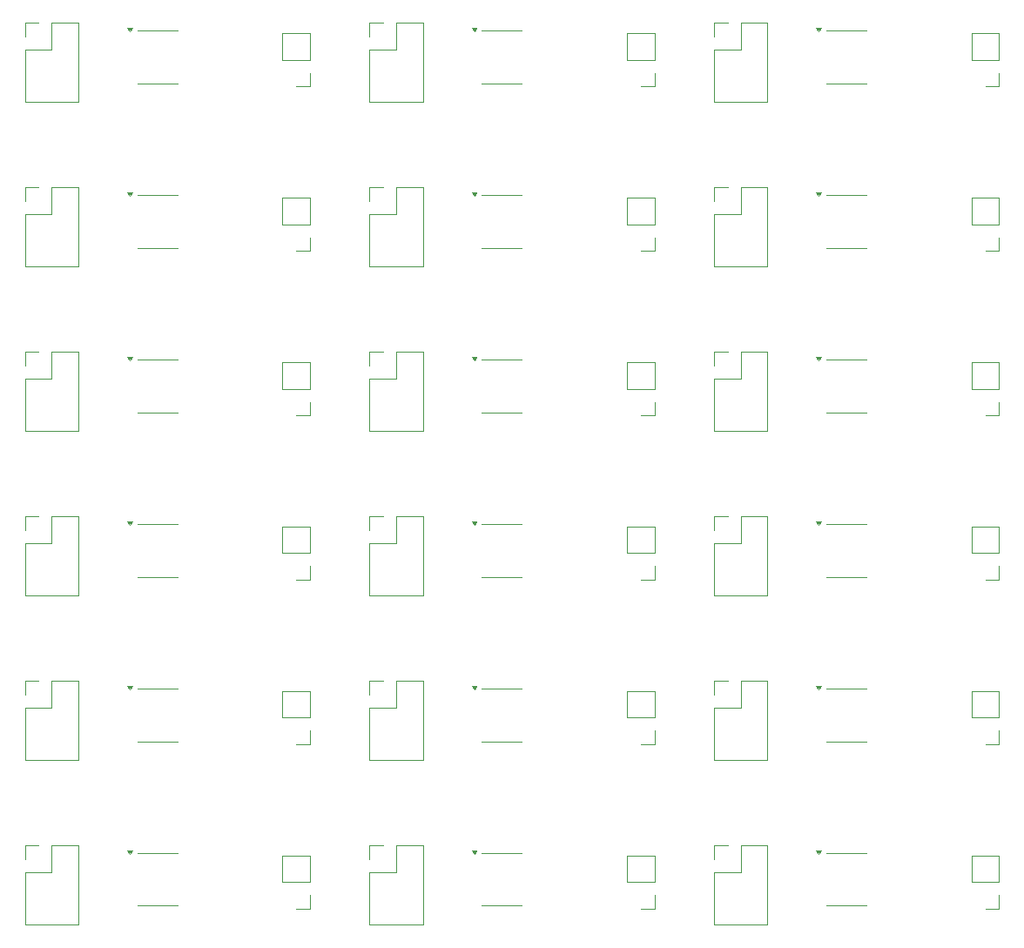
<source format=gbr>
%TF.GenerationSoftware,KiCad,Pcbnew,8.0.1*%
%TF.CreationDate,2024-04-28T15:40:33+08:00*%
%TF.ProjectId,pinban,70696e62-616e-42e6-9b69-6361645f7063,rev?*%
%TF.SameCoordinates,Original*%
%TF.FileFunction,Legend,Top*%
%TF.FilePolarity,Positive*%
%FSLAX46Y46*%
G04 Gerber Fmt 4.6, Leading zero omitted, Abs format (unit mm)*
G04 Created by KiCad (PCBNEW 8.0.1) date 2024-04-28 15:40:33*
%MOMM*%
%LPD*%
G01*
G04 APERTURE LIST*
%ADD10C,0.120000*%
G04 APERTURE END LIST*
D10*
X153420000Y-116270000D02*
X153420000Y-113670000D01*
X156080000Y-113670000D02*
X153420000Y-113670000D01*
X156080000Y-116270000D02*
X153420000Y-116270000D01*
X156080000Y-116270000D02*
X156080000Y-113670000D01*
X156080000Y-117540000D02*
X156080000Y-118870000D01*
X156080000Y-118870000D02*
X154750000Y-118870000D01*
X141250000Y-113440000D02*
X139300000Y-113440000D01*
X141250000Y-113440000D02*
X143200000Y-113440000D01*
X141250000Y-118560000D02*
X139300000Y-118560000D01*
X141250000Y-118560000D02*
X143200000Y-118560000D01*
X138550000Y-113535000D02*
X138310000Y-113205000D01*
X138790000Y-113205000D01*
X138550000Y-113535000D01*
G36*
X138550000Y-113535000D02*
G01*
X138310000Y-113205000D01*
X138790000Y-113205000D01*
X138550000Y-113535000D01*
G37*
X128380000Y-112670000D02*
X129710000Y-112670000D01*
X128380000Y-114000000D02*
X128380000Y-112670000D01*
X128380000Y-115270000D02*
X128380000Y-120410000D01*
X128380000Y-115270000D02*
X130980000Y-115270000D01*
X128380000Y-120410000D02*
X133580000Y-120410000D01*
X130980000Y-112670000D02*
X133580000Y-112670000D01*
X130980000Y-115270000D02*
X130980000Y-112670000D01*
X133580000Y-112670000D02*
X133580000Y-120410000D01*
X119920000Y-116270000D02*
X119920000Y-113670000D01*
X122580000Y-113670000D02*
X119920000Y-113670000D01*
X122580000Y-116270000D02*
X119920000Y-116270000D01*
X122580000Y-116270000D02*
X122580000Y-113670000D01*
X122580000Y-117540000D02*
X122580000Y-118870000D01*
X122580000Y-118870000D02*
X121250000Y-118870000D01*
X107750000Y-113440000D02*
X105800000Y-113440000D01*
X107750000Y-113440000D02*
X109700000Y-113440000D01*
X107750000Y-118560000D02*
X105800000Y-118560000D01*
X107750000Y-118560000D02*
X109700000Y-118560000D01*
X105050000Y-113535000D02*
X104810000Y-113205000D01*
X105290000Y-113205000D01*
X105050000Y-113535000D01*
G36*
X105050000Y-113535000D02*
G01*
X104810000Y-113205000D01*
X105290000Y-113205000D01*
X105050000Y-113535000D01*
G37*
X94880000Y-112670000D02*
X96210000Y-112670000D01*
X94880000Y-114000000D02*
X94880000Y-112670000D01*
X94880000Y-115270000D02*
X94880000Y-120410000D01*
X94880000Y-115270000D02*
X97480000Y-115270000D01*
X94880000Y-120410000D02*
X100080000Y-120410000D01*
X97480000Y-112670000D02*
X100080000Y-112670000D01*
X97480000Y-115270000D02*
X97480000Y-112670000D01*
X100080000Y-112670000D02*
X100080000Y-120410000D01*
X86420000Y-116270000D02*
X86420000Y-113670000D01*
X89080000Y-113670000D02*
X86420000Y-113670000D01*
X89080000Y-116270000D02*
X86420000Y-116270000D01*
X89080000Y-116270000D02*
X89080000Y-113670000D01*
X89080000Y-117540000D02*
X89080000Y-118870000D01*
X89080000Y-118870000D02*
X87750000Y-118870000D01*
X74250000Y-113440000D02*
X72300000Y-113440000D01*
X74250000Y-113440000D02*
X76200000Y-113440000D01*
X74250000Y-118560000D02*
X72300000Y-118560000D01*
X74250000Y-118560000D02*
X76200000Y-118560000D01*
X71550000Y-113535000D02*
X71310000Y-113205000D01*
X71790000Y-113205000D01*
X71550000Y-113535000D01*
G36*
X71550000Y-113535000D02*
G01*
X71310000Y-113205000D01*
X71790000Y-113205000D01*
X71550000Y-113535000D01*
G37*
X61380000Y-112670000D02*
X62710000Y-112670000D01*
X61380000Y-114000000D02*
X61380000Y-112670000D01*
X61380000Y-115270000D02*
X61380000Y-120410000D01*
X61380000Y-115270000D02*
X63980000Y-115270000D01*
X61380000Y-120410000D02*
X66580000Y-120410000D01*
X63980000Y-112670000D02*
X66580000Y-112670000D01*
X63980000Y-115270000D02*
X63980000Y-112670000D01*
X66580000Y-112670000D02*
X66580000Y-120410000D01*
X153420000Y-100270000D02*
X153420000Y-97670000D01*
X156080000Y-97670000D02*
X153420000Y-97670000D01*
X156080000Y-100270000D02*
X153420000Y-100270000D01*
X156080000Y-100270000D02*
X156080000Y-97670000D01*
X156080000Y-101540000D02*
X156080000Y-102870000D01*
X156080000Y-102870000D02*
X154750000Y-102870000D01*
X141250000Y-97440000D02*
X139300000Y-97440000D01*
X141250000Y-97440000D02*
X143200000Y-97440000D01*
X141250000Y-102560000D02*
X139300000Y-102560000D01*
X141250000Y-102560000D02*
X143200000Y-102560000D01*
X138550000Y-97535000D02*
X138310000Y-97205000D01*
X138790000Y-97205000D01*
X138550000Y-97535000D01*
G36*
X138550000Y-97535000D02*
G01*
X138310000Y-97205000D01*
X138790000Y-97205000D01*
X138550000Y-97535000D01*
G37*
X128380000Y-96670000D02*
X129710000Y-96670000D01*
X128380000Y-98000000D02*
X128380000Y-96670000D01*
X128380000Y-99270000D02*
X128380000Y-104410000D01*
X128380000Y-99270000D02*
X130980000Y-99270000D01*
X128380000Y-104410000D02*
X133580000Y-104410000D01*
X130980000Y-96670000D02*
X133580000Y-96670000D01*
X130980000Y-99270000D02*
X130980000Y-96670000D01*
X133580000Y-96670000D02*
X133580000Y-104410000D01*
X119920000Y-100270000D02*
X119920000Y-97670000D01*
X122580000Y-97670000D02*
X119920000Y-97670000D01*
X122580000Y-100270000D02*
X119920000Y-100270000D01*
X122580000Y-100270000D02*
X122580000Y-97670000D01*
X122580000Y-101540000D02*
X122580000Y-102870000D01*
X122580000Y-102870000D02*
X121250000Y-102870000D01*
X107750000Y-97440000D02*
X105800000Y-97440000D01*
X107750000Y-97440000D02*
X109700000Y-97440000D01*
X107750000Y-102560000D02*
X105800000Y-102560000D01*
X107750000Y-102560000D02*
X109700000Y-102560000D01*
X105050000Y-97535000D02*
X104810000Y-97205000D01*
X105290000Y-97205000D01*
X105050000Y-97535000D01*
G36*
X105050000Y-97535000D02*
G01*
X104810000Y-97205000D01*
X105290000Y-97205000D01*
X105050000Y-97535000D01*
G37*
X94880000Y-96670000D02*
X96210000Y-96670000D01*
X94880000Y-98000000D02*
X94880000Y-96670000D01*
X94880000Y-99270000D02*
X94880000Y-104410000D01*
X94880000Y-99270000D02*
X97480000Y-99270000D01*
X94880000Y-104410000D02*
X100080000Y-104410000D01*
X97480000Y-96670000D02*
X100080000Y-96670000D01*
X97480000Y-99270000D02*
X97480000Y-96670000D01*
X100080000Y-96670000D02*
X100080000Y-104410000D01*
X86420000Y-100270000D02*
X86420000Y-97670000D01*
X89080000Y-97670000D02*
X86420000Y-97670000D01*
X89080000Y-100270000D02*
X86420000Y-100270000D01*
X89080000Y-100270000D02*
X89080000Y-97670000D01*
X89080000Y-101540000D02*
X89080000Y-102870000D01*
X89080000Y-102870000D02*
X87750000Y-102870000D01*
X74250000Y-97440000D02*
X72300000Y-97440000D01*
X74250000Y-97440000D02*
X76200000Y-97440000D01*
X74250000Y-102560000D02*
X72300000Y-102560000D01*
X74250000Y-102560000D02*
X76200000Y-102560000D01*
X71550000Y-97535000D02*
X71310000Y-97205000D01*
X71790000Y-97205000D01*
X71550000Y-97535000D01*
G36*
X71550000Y-97535000D02*
G01*
X71310000Y-97205000D01*
X71790000Y-97205000D01*
X71550000Y-97535000D01*
G37*
X61380000Y-96670000D02*
X62710000Y-96670000D01*
X61380000Y-98000000D02*
X61380000Y-96670000D01*
X61380000Y-99270000D02*
X61380000Y-104410000D01*
X61380000Y-99270000D02*
X63980000Y-99270000D01*
X61380000Y-104410000D02*
X66580000Y-104410000D01*
X63980000Y-96670000D02*
X66580000Y-96670000D01*
X63980000Y-99270000D02*
X63980000Y-96670000D01*
X66580000Y-96670000D02*
X66580000Y-104410000D01*
X153420000Y-84270000D02*
X153420000Y-81670000D01*
X156080000Y-81670000D02*
X153420000Y-81670000D01*
X156080000Y-84270000D02*
X153420000Y-84270000D01*
X156080000Y-84270000D02*
X156080000Y-81670000D01*
X156080000Y-85540000D02*
X156080000Y-86870000D01*
X156080000Y-86870000D02*
X154750000Y-86870000D01*
X141250000Y-81440000D02*
X139300000Y-81440000D01*
X141250000Y-81440000D02*
X143200000Y-81440000D01*
X141250000Y-86560000D02*
X139300000Y-86560000D01*
X141250000Y-86560000D02*
X143200000Y-86560000D01*
X138550000Y-81535000D02*
X138310000Y-81205000D01*
X138790000Y-81205000D01*
X138550000Y-81535000D01*
G36*
X138550000Y-81535000D02*
G01*
X138310000Y-81205000D01*
X138790000Y-81205000D01*
X138550000Y-81535000D01*
G37*
X128380000Y-80670000D02*
X129710000Y-80670000D01*
X128380000Y-82000000D02*
X128380000Y-80670000D01*
X128380000Y-83270000D02*
X128380000Y-88410000D01*
X128380000Y-83270000D02*
X130980000Y-83270000D01*
X128380000Y-88410000D02*
X133580000Y-88410000D01*
X130980000Y-80670000D02*
X133580000Y-80670000D01*
X130980000Y-83270000D02*
X130980000Y-80670000D01*
X133580000Y-80670000D02*
X133580000Y-88410000D01*
X119920000Y-84270000D02*
X119920000Y-81670000D01*
X122580000Y-81670000D02*
X119920000Y-81670000D01*
X122580000Y-84270000D02*
X119920000Y-84270000D01*
X122580000Y-84270000D02*
X122580000Y-81670000D01*
X122580000Y-85540000D02*
X122580000Y-86870000D01*
X122580000Y-86870000D02*
X121250000Y-86870000D01*
X107750000Y-81440000D02*
X105800000Y-81440000D01*
X107750000Y-81440000D02*
X109700000Y-81440000D01*
X107750000Y-86560000D02*
X105800000Y-86560000D01*
X107750000Y-86560000D02*
X109700000Y-86560000D01*
X105050000Y-81535000D02*
X104810000Y-81205000D01*
X105290000Y-81205000D01*
X105050000Y-81535000D01*
G36*
X105050000Y-81535000D02*
G01*
X104810000Y-81205000D01*
X105290000Y-81205000D01*
X105050000Y-81535000D01*
G37*
X94880000Y-80670000D02*
X96210000Y-80670000D01*
X94880000Y-82000000D02*
X94880000Y-80670000D01*
X94880000Y-83270000D02*
X94880000Y-88410000D01*
X94880000Y-83270000D02*
X97480000Y-83270000D01*
X94880000Y-88410000D02*
X100080000Y-88410000D01*
X97480000Y-80670000D02*
X100080000Y-80670000D01*
X97480000Y-83270000D02*
X97480000Y-80670000D01*
X100080000Y-80670000D02*
X100080000Y-88410000D01*
X86420000Y-84270000D02*
X86420000Y-81670000D01*
X89080000Y-81670000D02*
X86420000Y-81670000D01*
X89080000Y-84270000D02*
X86420000Y-84270000D01*
X89080000Y-84270000D02*
X89080000Y-81670000D01*
X89080000Y-85540000D02*
X89080000Y-86870000D01*
X89080000Y-86870000D02*
X87750000Y-86870000D01*
X74250000Y-81440000D02*
X72300000Y-81440000D01*
X74250000Y-81440000D02*
X76200000Y-81440000D01*
X74250000Y-86560000D02*
X72300000Y-86560000D01*
X74250000Y-86560000D02*
X76200000Y-86560000D01*
X71550000Y-81535000D02*
X71310000Y-81205000D01*
X71790000Y-81205000D01*
X71550000Y-81535000D01*
G36*
X71550000Y-81535000D02*
G01*
X71310000Y-81205000D01*
X71790000Y-81205000D01*
X71550000Y-81535000D01*
G37*
X61380000Y-80670000D02*
X62710000Y-80670000D01*
X61380000Y-82000000D02*
X61380000Y-80670000D01*
X61380000Y-83270000D02*
X61380000Y-88410000D01*
X61380000Y-83270000D02*
X63980000Y-83270000D01*
X61380000Y-88410000D02*
X66580000Y-88410000D01*
X63980000Y-80670000D02*
X66580000Y-80670000D01*
X63980000Y-83270000D02*
X63980000Y-80670000D01*
X66580000Y-80670000D02*
X66580000Y-88410000D01*
X153420000Y-68270000D02*
X153420000Y-65670000D01*
X156080000Y-65670000D02*
X153420000Y-65670000D01*
X156080000Y-68270000D02*
X153420000Y-68270000D01*
X156080000Y-68270000D02*
X156080000Y-65670000D01*
X156080000Y-69540000D02*
X156080000Y-70870000D01*
X156080000Y-70870000D02*
X154750000Y-70870000D01*
X141250000Y-65440000D02*
X139300000Y-65440000D01*
X141250000Y-65440000D02*
X143200000Y-65440000D01*
X141250000Y-70560000D02*
X139300000Y-70560000D01*
X141250000Y-70560000D02*
X143200000Y-70560000D01*
X138550000Y-65535000D02*
X138310000Y-65205000D01*
X138790000Y-65205000D01*
X138550000Y-65535000D01*
G36*
X138550000Y-65535000D02*
G01*
X138310000Y-65205000D01*
X138790000Y-65205000D01*
X138550000Y-65535000D01*
G37*
X128380000Y-64670000D02*
X129710000Y-64670000D01*
X128380000Y-66000000D02*
X128380000Y-64670000D01*
X128380000Y-67270000D02*
X128380000Y-72410000D01*
X128380000Y-67270000D02*
X130980000Y-67270000D01*
X128380000Y-72410000D02*
X133580000Y-72410000D01*
X130980000Y-64670000D02*
X133580000Y-64670000D01*
X130980000Y-67270000D02*
X130980000Y-64670000D01*
X133580000Y-64670000D02*
X133580000Y-72410000D01*
X119920000Y-68270000D02*
X119920000Y-65670000D01*
X122580000Y-65670000D02*
X119920000Y-65670000D01*
X122580000Y-68270000D02*
X119920000Y-68270000D01*
X122580000Y-68270000D02*
X122580000Y-65670000D01*
X122580000Y-69540000D02*
X122580000Y-70870000D01*
X122580000Y-70870000D02*
X121250000Y-70870000D01*
X107750000Y-65440000D02*
X105800000Y-65440000D01*
X107750000Y-65440000D02*
X109700000Y-65440000D01*
X107750000Y-70560000D02*
X105800000Y-70560000D01*
X107750000Y-70560000D02*
X109700000Y-70560000D01*
X105050000Y-65535000D02*
X104810000Y-65205000D01*
X105290000Y-65205000D01*
X105050000Y-65535000D01*
G36*
X105050000Y-65535000D02*
G01*
X104810000Y-65205000D01*
X105290000Y-65205000D01*
X105050000Y-65535000D01*
G37*
X94880000Y-64670000D02*
X96210000Y-64670000D01*
X94880000Y-66000000D02*
X94880000Y-64670000D01*
X94880000Y-67270000D02*
X94880000Y-72410000D01*
X94880000Y-67270000D02*
X97480000Y-67270000D01*
X94880000Y-72410000D02*
X100080000Y-72410000D01*
X97480000Y-64670000D02*
X100080000Y-64670000D01*
X97480000Y-67270000D02*
X97480000Y-64670000D01*
X100080000Y-64670000D02*
X100080000Y-72410000D01*
X86420000Y-68270000D02*
X86420000Y-65670000D01*
X89080000Y-65670000D02*
X86420000Y-65670000D01*
X89080000Y-68270000D02*
X86420000Y-68270000D01*
X89080000Y-68270000D02*
X89080000Y-65670000D01*
X89080000Y-69540000D02*
X89080000Y-70870000D01*
X89080000Y-70870000D02*
X87750000Y-70870000D01*
X74250000Y-65440000D02*
X72300000Y-65440000D01*
X74250000Y-65440000D02*
X76200000Y-65440000D01*
X74250000Y-70560000D02*
X72300000Y-70560000D01*
X74250000Y-70560000D02*
X76200000Y-70560000D01*
X71550000Y-65535000D02*
X71310000Y-65205000D01*
X71790000Y-65205000D01*
X71550000Y-65535000D01*
G36*
X71550000Y-65535000D02*
G01*
X71310000Y-65205000D01*
X71790000Y-65205000D01*
X71550000Y-65535000D01*
G37*
X61380000Y-64670000D02*
X62710000Y-64670000D01*
X61380000Y-66000000D02*
X61380000Y-64670000D01*
X61380000Y-67270000D02*
X61380000Y-72410000D01*
X61380000Y-67270000D02*
X63980000Y-67270000D01*
X61380000Y-72410000D02*
X66580000Y-72410000D01*
X63980000Y-64670000D02*
X66580000Y-64670000D01*
X63980000Y-67270000D02*
X63980000Y-64670000D01*
X66580000Y-64670000D02*
X66580000Y-72410000D01*
X153420000Y-52270000D02*
X153420000Y-49670000D01*
X156080000Y-49670000D02*
X153420000Y-49670000D01*
X156080000Y-52270000D02*
X153420000Y-52270000D01*
X156080000Y-52270000D02*
X156080000Y-49670000D01*
X156080000Y-53540000D02*
X156080000Y-54870000D01*
X156080000Y-54870000D02*
X154750000Y-54870000D01*
X141250000Y-49440000D02*
X139300000Y-49440000D01*
X141250000Y-49440000D02*
X143200000Y-49440000D01*
X141250000Y-54560000D02*
X139300000Y-54560000D01*
X141250000Y-54560000D02*
X143200000Y-54560000D01*
X138550000Y-49535000D02*
X138310000Y-49205000D01*
X138790000Y-49205000D01*
X138550000Y-49535000D01*
G36*
X138550000Y-49535000D02*
G01*
X138310000Y-49205000D01*
X138790000Y-49205000D01*
X138550000Y-49535000D01*
G37*
X128380000Y-48670000D02*
X129710000Y-48670000D01*
X128380000Y-50000000D02*
X128380000Y-48670000D01*
X128380000Y-51270000D02*
X128380000Y-56410000D01*
X128380000Y-51270000D02*
X130980000Y-51270000D01*
X128380000Y-56410000D02*
X133580000Y-56410000D01*
X130980000Y-48670000D02*
X133580000Y-48670000D01*
X130980000Y-51270000D02*
X130980000Y-48670000D01*
X133580000Y-48670000D02*
X133580000Y-56410000D01*
X119920000Y-52270000D02*
X119920000Y-49670000D01*
X122580000Y-49670000D02*
X119920000Y-49670000D01*
X122580000Y-52270000D02*
X119920000Y-52270000D01*
X122580000Y-52270000D02*
X122580000Y-49670000D01*
X122580000Y-53540000D02*
X122580000Y-54870000D01*
X122580000Y-54870000D02*
X121250000Y-54870000D01*
X107750000Y-49440000D02*
X105800000Y-49440000D01*
X107750000Y-49440000D02*
X109700000Y-49440000D01*
X107750000Y-54560000D02*
X105800000Y-54560000D01*
X107750000Y-54560000D02*
X109700000Y-54560000D01*
X105050000Y-49535000D02*
X104810000Y-49205000D01*
X105290000Y-49205000D01*
X105050000Y-49535000D01*
G36*
X105050000Y-49535000D02*
G01*
X104810000Y-49205000D01*
X105290000Y-49205000D01*
X105050000Y-49535000D01*
G37*
X94880000Y-48670000D02*
X96210000Y-48670000D01*
X94880000Y-50000000D02*
X94880000Y-48670000D01*
X94880000Y-51270000D02*
X94880000Y-56410000D01*
X94880000Y-51270000D02*
X97480000Y-51270000D01*
X94880000Y-56410000D02*
X100080000Y-56410000D01*
X97480000Y-48670000D02*
X100080000Y-48670000D01*
X97480000Y-51270000D02*
X97480000Y-48670000D01*
X100080000Y-48670000D02*
X100080000Y-56410000D01*
X86420000Y-52270000D02*
X86420000Y-49670000D01*
X89080000Y-49670000D02*
X86420000Y-49670000D01*
X89080000Y-52270000D02*
X86420000Y-52270000D01*
X89080000Y-52270000D02*
X89080000Y-49670000D01*
X89080000Y-53540000D02*
X89080000Y-54870000D01*
X89080000Y-54870000D02*
X87750000Y-54870000D01*
X74250000Y-49440000D02*
X72300000Y-49440000D01*
X74250000Y-49440000D02*
X76200000Y-49440000D01*
X74250000Y-54560000D02*
X72300000Y-54560000D01*
X74250000Y-54560000D02*
X76200000Y-54560000D01*
X71550000Y-49535000D02*
X71310000Y-49205000D01*
X71790000Y-49205000D01*
X71550000Y-49535000D01*
G36*
X71550000Y-49535000D02*
G01*
X71310000Y-49205000D01*
X71790000Y-49205000D01*
X71550000Y-49535000D01*
G37*
X61380000Y-48670000D02*
X62710000Y-48670000D01*
X61380000Y-50000000D02*
X61380000Y-48670000D01*
X61380000Y-51270000D02*
X61380000Y-56410000D01*
X61380000Y-51270000D02*
X63980000Y-51270000D01*
X61380000Y-56410000D02*
X66580000Y-56410000D01*
X63980000Y-48670000D02*
X66580000Y-48670000D01*
X63980000Y-51270000D02*
X63980000Y-48670000D01*
X66580000Y-48670000D02*
X66580000Y-56410000D01*
X153420000Y-36270000D02*
X153420000Y-33670000D01*
X156080000Y-33670000D02*
X153420000Y-33670000D01*
X156080000Y-36270000D02*
X153420000Y-36270000D01*
X156080000Y-36270000D02*
X156080000Y-33670000D01*
X156080000Y-37540000D02*
X156080000Y-38870000D01*
X156080000Y-38870000D02*
X154750000Y-38870000D01*
X141250000Y-33440000D02*
X139300000Y-33440000D01*
X141250000Y-33440000D02*
X143200000Y-33440000D01*
X141250000Y-38560000D02*
X139300000Y-38560000D01*
X141250000Y-38560000D02*
X143200000Y-38560000D01*
X138550000Y-33535000D02*
X138310000Y-33205000D01*
X138790000Y-33205000D01*
X138550000Y-33535000D01*
G36*
X138550000Y-33535000D02*
G01*
X138310000Y-33205000D01*
X138790000Y-33205000D01*
X138550000Y-33535000D01*
G37*
X128380000Y-32670000D02*
X129710000Y-32670000D01*
X128380000Y-34000000D02*
X128380000Y-32670000D01*
X128380000Y-35270000D02*
X128380000Y-40410000D01*
X128380000Y-35270000D02*
X130980000Y-35270000D01*
X128380000Y-40410000D02*
X133580000Y-40410000D01*
X130980000Y-32670000D02*
X133580000Y-32670000D01*
X130980000Y-35270000D02*
X130980000Y-32670000D01*
X133580000Y-32670000D02*
X133580000Y-40410000D01*
X119920000Y-36270000D02*
X119920000Y-33670000D01*
X122580000Y-33670000D02*
X119920000Y-33670000D01*
X122580000Y-36270000D02*
X119920000Y-36270000D01*
X122580000Y-36270000D02*
X122580000Y-33670000D01*
X122580000Y-37540000D02*
X122580000Y-38870000D01*
X122580000Y-38870000D02*
X121250000Y-38870000D01*
X107750000Y-33440000D02*
X105800000Y-33440000D01*
X107750000Y-33440000D02*
X109700000Y-33440000D01*
X107750000Y-38560000D02*
X105800000Y-38560000D01*
X107750000Y-38560000D02*
X109700000Y-38560000D01*
X105050000Y-33535000D02*
X104810000Y-33205000D01*
X105290000Y-33205000D01*
X105050000Y-33535000D01*
G36*
X105050000Y-33535000D02*
G01*
X104810000Y-33205000D01*
X105290000Y-33205000D01*
X105050000Y-33535000D01*
G37*
X94880000Y-32670000D02*
X96210000Y-32670000D01*
X94880000Y-34000000D02*
X94880000Y-32670000D01*
X94880000Y-35270000D02*
X94880000Y-40410000D01*
X94880000Y-35270000D02*
X97480000Y-35270000D01*
X94880000Y-40410000D02*
X100080000Y-40410000D01*
X97480000Y-32670000D02*
X100080000Y-32670000D01*
X97480000Y-35270000D02*
X97480000Y-32670000D01*
X100080000Y-32670000D02*
X100080000Y-40410000D01*
X74250000Y-33440000D02*
X72300000Y-33440000D01*
X74250000Y-33440000D02*
X76200000Y-33440000D01*
X74250000Y-38560000D02*
X72300000Y-38560000D01*
X74250000Y-38560000D02*
X76200000Y-38560000D01*
X71550000Y-33535000D02*
X71310000Y-33205000D01*
X71790000Y-33205000D01*
X71550000Y-33535000D01*
G36*
X71550000Y-33535000D02*
G01*
X71310000Y-33205000D01*
X71790000Y-33205000D01*
X71550000Y-33535000D01*
G37*
X61380000Y-32670000D02*
X62710000Y-32670000D01*
X61380000Y-34000000D02*
X61380000Y-32670000D01*
X61380000Y-35270000D02*
X61380000Y-40410000D01*
X61380000Y-35270000D02*
X63980000Y-35270000D01*
X61380000Y-40410000D02*
X66580000Y-40410000D01*
X63980000Y-32670000D02*
X66580000Y-32670000D01*
X63980000Y-35270000D02*
X63980000Y-32670000D01*
X66580000Y-32670000D02*
X66580000Y-40410000D01*
X86420000Y-36270000D02*
X86420000Y-33670000D01*
X89080000Y-33670000D02*
X86420000Y-33670000D01*
X89080000Y-36270000D02*
X86420000Y-36270000D01*
X89080000Y-36270000D02*
X89080000Y-33670000D01*
X89080000Y-37540000D02*
X89080000Y-38870000D01*
X89080000Y-38870000D02*
X87750000Y-38870000D01*
M02*

</source>
